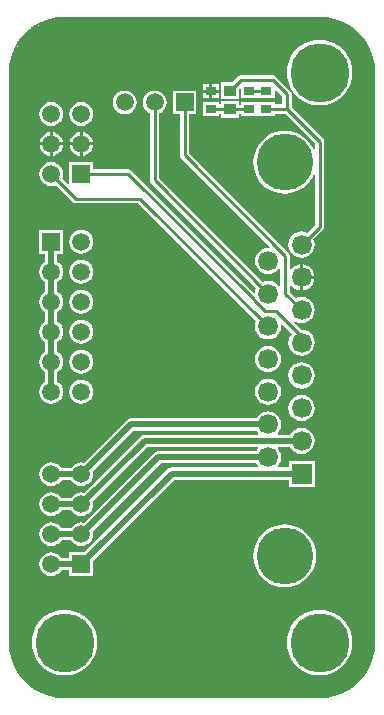
<source format=gtl>
%FSDAX24Y24*%
%MOIN*%
%SFA1B1*%

%IPPOS*%
%ADD10R,0.035400X0.027600*%
%ADD11R,0.039400X0.037400*%
%ADD12C,0.010000*%
%ADD13C,0.020000*%
%ADD14R,0.066500X0.066500*%
%ADD15C,0.066500*%
%ADD16C,0.189000*%
%ADD17C,0.059100*%
%ADD18R,0.059100X0.059100*%
%ADD19R,0.059100X0.059100*%
%ADD20C,0.196900*%
%ADD22C,0.005000*%
%ADD34C,0.040000*%
%ADD35C,0.080000*%
%LNdistro_layout-1*%
%LPD*%
G54D22*
X008737Y020808D02*
X008972Y020761D01*
X009198Y020684*
X009411Y020579*
X009610Y020447*
X009789Y020289*
X009947Y020110*
X010079Y019911*
X010184Y019698*
X010261Y019472*
X010308Y019237*
X010322Y019007*
X010322Y019001*
Y-000001*
X010322Y-000007*
X010308Y-000237*
X010261Y-000472*
X010184Y-000698*
X010079Y-000911*
X009947Y-001110*
X009789Y-001289*
X009610Y-001447*
X009411Y-001579*
X009198Y-001684*
X008972Y-001761*
X008737Y-001808*
X008507Y-001822*
X008501Y-001822*
X-000001*
X-000007Y-001822*
X-000237Y-001808*
X-000472Y-001761*
X-000698Y-001684*
X-000911Y-001579*
X-001110Y-001447*
X-001289Y-001289*
X-001447Y-001110*
X-001579Y-000911*
X-001684Y-000698*
X-001761Y-000472*
X-001808Y-000237*
X-001822Y-000007*
X-001822Y-000001*
Y019001*
X-001822Y019007*
X-001808Y019237*
X-001761Y019472*
X-001684Y019698*
X-001579Y019911*
X-001447Y020110*
X-001289Y020289*
X-001110Y020447*
X-000911Y020579*
X-000698Y020684*
X-000472Y020761*
X-000237Y020808*
X-000007Y020822*
X-000001Y020822*
X008501*
X008507Y020822*
X008737Y020808*
G54D12*
X008731Y020758D02*
X008959Y020713D01*
X009179Y020638*
X009386Y020535*
X009580Y020407*
X009753Y020253*
X009907Y020080*
X010035Y019886*
X010138Y019679*
X010213Y019459*
X010258Y019231*
X010272Y019009*
X010272Y019005*
Y-000005*
X010272Y-000009*
X010258Y-000231*
X010213Y-000459*
X010138Y-000679*
X010035Y-000886*
X009907Y-001080*
X009753Y-001253*
X009580Y-001407*
X009386Y-001535*
X009179Y-001638*
X008959Y-001713*
X008731Y-001758*
X008509Y-001772*
X008505Y-001772*
X-000005*
X-000009Y-001772*
X-000231Y-001758*
X-000459Y-001713*
X-000679Y-001638*
X-000886Y-001535*
X-001080Y-001407*
X-001253Y-001253*
X-001407Y-001080*
X-001535Y-000886*
X-001638Y-000679*
X-001713Y-000459*
X-001758Y-000231*
X-001772Y-000009*
X-001772Y-000005*
Y019005*
X-001772Y019009*
X-001758Y019231*
X-001713Y019459*
X-001638Y019679*
X-001535Y019886*
X-001407Y020080*
X-001253Y020253*
X-001080Y020407*
X-000886Y020535*
X-000679Y020638*
X-000459Y020713*
X-000231Y020758*
X-000009Y020772*
X-000005Y020772*
X008505*
X008509Y020772*
X008731Y020758*
G54D13*
X008718Y020659D02*
X008933Y020616D01*
X009140Y020546*
X009336Y020449*
X009519Y020327*
X009683Y020183*
X009827Y020019*
X009949Y019836*
X010046Y019640*
X010116Y019433*
X010159Y019218*
X010172Y019013*
X010172Y019012*
Y-000012*
X010172Y-000013*
X010159Y-000218*
X010116Y-000433*
X010046Y-000640*
X009949Y-000836*
X009827Y-001019*
X009683Y-001183*
X009519Y-001327*
X009336Y-001449*
X009140Y-001546*
X008933Y-001616*
X008718Y-001659*
X008513Y-001672*
X008512Y-001672*
X-000012*
X-000013Y-001672*
X-000218Y-001659*
X-000433Y-001616*
X-000640Y-001546*
X-000836Y-001449*
X-001019Y-001327*
X-001183Y-001183*
X-001327Y-001019*
X-001449Y-000836*
X-001546Y-000640*
X-001616Y-000433*
X-001659Y-000218*
X-001672Y-000013*
X-001672Y-000012*
Y019012*
X-001672Y019013*
X-001659Y019218*
X-001616Y019433*
X-001546Y019640*
X-001449Y019836*
X-001327Y020019*
X-001183Y020183*
X-001019Y020327*
X-000836Y020449*
X-000640Y020546*
X-000433Y020616*
X-000218Y020659*
X-000013Y020672*
X-000012Y020672*
X008512*
X008513Y020672*
X008718Y020659*
G54D34*
X008692Y020460D02*
X008881Y020422D01*
X009063Y020360*
X009236Y020275*
X009397Y020168*
X009541Y020041*
X009668Y019897*
X009775Y019736*
X009860Y019563*
X009922Y019381*
X009960Y019192*
X009971Y019020*
X009972Y019025*
Y-000025*
X009971Y-000020*
X009960Y-000192*
X009922Y-000381*
X009860Y-000563*
X009775Y-000736*
X009668Y-000897*
X009541Y-001041*
X009397Y-001168*
X009236Y-001275*
X009063Y-001360*
X008881Y-001422*
X008692Y-001460*
X008520Y-001471*
X008525Y-001472*
X-000025*
X-000020Y-001471*
X-000192Y-001460*
X-000381Y-001422*
X-000563Y-001360*
X-000736Y-001275*
X-000897Y-001168*
X-001041Y-001041*
X-001168Y-000897*
X-001275Y-000736*
X-001360Y-000563*
X-001422Y-000381*
X-001460Y-000192*
X-001471Y-000020*
X-001472Y-000025*
Y019025*
X-001471Y019020*
X-001460Y019192*
X-001422Y019381*
X-001360Y019563*
X-001275Y019736*
X-001168Y019897*
X-001041Y020041*
X-000897Y020168*
X-000736Y020275*
X-000563Y020360*
X-000381Y020422*
X-000192Y020460*
X-000020Y020471*
X-000025Y020472*
X008525*
X008520Y020471*
X008692Y020460*
G54D35*
X008640Y020062D02*
X008778Y020035D01*
X008909Y019990*
X009036Y019928*
X009152Y019850*
X009257Y019757*
X009350Y019652*
X009428Y019536*
X009490Y019409*
X009535Y019278*
X009562Y019140*
X009827Y015011*
X009572Y013139*
Y005860*
X009827Y003988*
X009562Y-000140*
X009535Y-000278*
X009490Y-000409*
X009428Y-000536*
X009350Y-000652*
X009257Y-000757*
X009152Y-000850*
X009036Y-000928*
X008909Y-000990*
X008778Y-001035*
X008640Y-001062*
X004511Y-001327*
X002639Y-001072*
X005860*
X003988Y-001327*
X-000140Y-001062*
X-000278Y-001035*
X-000409Y-000990*
X-000536Y-000928*
X-000652Y-000850*
X-000757Y-000757*
X-000850Y-000652*
X-000928Y-000536*
X-000990Y-000409*
X-001035Y-000278*
X-001062Y-000140*
X-001327Y003988*
X-001072Y005860*
Y013139*
X-001327Y015011*
X-001062Y019140*
X-001035Y019278*
X-000990Y019409*
X-000928Y019536*
X-000850Y019652*
X-000757Y019757*
X-000652Y019850*
X-000536Y019928*
X-000409Y019990*
X-000278Y020035*
X-000140Y020062*
X003988Y020327*
X005860Y020072*
X002639*
X004511Y020327*
X008640Y020062*
X-000930Y-000510D02*
Y019480D01*
X-000130Y-000910D02*
Y019880D01*
X000670Y-000910D02*
Y020080D01*
X001470Y-001110D02*
Y020080D01*
X002270Y-001110D02*
Y020080D01*
X003070Y-001110D02*
Y020080D01*
X003870Y-001310D02*
Y020330D01*
X004670Y-001110D02*
Y020330D01*
X005470Y-001110D02*
Y020080D01*
X006270Y-001110D02*
Y020080D01*
X007070Y-001110D02*
Y020080D01*
X007870Y-000910D02*
Y020080D01*
X008670Y-000910D02*
Y019880D01*
X009470Y-000310D02*
Y019280D01*
%LNdistro_layout-2*%
%LPC*%
G36*
X000559Y010758D02*
X000456Y010745D01*
X000360Y010705*
X000277Y010642*
X000214Y010559*
X000174Y010463*
X000160Y010360*
X000174Y010257*
X000214Y010160*
X000277Y010078*
X000360Y010014*
X000456Y009975*
X000559Y009961*
X000662Y009975*
X000758Y010014*
X000841Y010078*
X000904Y010160*
X000944Y010257*
X000958Y010360*
X000944Y010463*
X000904Y010559*
X000841Y010642*
X000758Y010705*
X000662Y010745*
X000559Y010758*
G37*
G36*
Y011758D02*
X000456Y011745D01*
X000360Y011705*
X000277Y011642*
X000214Y011559*
X000174Y011463*
X000160Y011360*
X000174Y011257*
X000214Y011160*
X000277Y011078*
X000360Y011014*
X000456Y010975*
X000559Y010961*
X000662Y010975*
X000758Y011014*
X000841Y011078*
X000904Y011160*
X000944Y011257*
X000958Y011360*
X000944Y011463*
X000904Y011559*
X000841Y011642*
X000758Y011705*
X000662Y011745*
X000559Y011758*
G37*
G36*
Y009758D02*
X000456Y009745D01*
X000360Y009705*
X000277Y009642*
X000214Y009559*
X000174Y009463*
X000160Y009360*
X000174Y009257*
X000214Y009160*
X000277Y009078*
X000360Y009014*
X000456Y008975*
X000559Y008961*
X000662Y008975*
X000758Y009014*
X000841Y009078*
X000904Y009160*
X000944Y009257*
X000958Y009360*
X000944Y009463*
X000904Y009559*
X000841Y009642*
X000758Y009705*
X000662Y009745*
X000559Y009758*
G37*
G36*
X006781Y009886D02*
X006668Y009872D01*
X006563Y009828*
X006473Y009759*
X006403Y009668*
X006360Y009563*
X006345Y009450*
X006360Y009337*
X006403Y009232*
X006473Y009141*
X006563Y009072*
X006668Y009028*
X006781Y009014*
X006894Y009028*
X006999Y009072*
X007090Y009141*
X007159Y009232*
X007203Y009337*
X007218Y009450*
X007203Y009563*
X007159Y009668*
X007090Y009759*
X006999Y009828*
X006894Y009872*
X006781Y009886*
G37*
G36*
X000559Y012758D02*
X000456Y012745D01*
X000360Y012705*
X000277Y012642*
X000214Y012559*
X000174Y012463*
X000160Y012360*
X000174Y012257*
X000214Y012160*
X000277Y012078*
X000360Y012014*
X000456Y011975*
X000559Y011961*
X000662Y011975*
X000758Y012014*
X000841Y012078*
X000904Y012160*
X000944Y012257*
X000958Y012360*
X000944Y012463*
X000904Y012559*
X000841Y012642*
X000758Y012705*
X000662Y012745*
X000559Y012758*
G37*
G36*
X007949Y012606D02*
Y012226D01*
X008329*
X008321Y012289*
X008277Y012395*
X008208Y012485*
X008117Y012554*
X008012Y012598*
X007949Y012606*
G37*
G36*
X003000Y018402D02*
X002897Y018388D01*
X002801Y018348*
X002718Y018285*
X002655Y018202*
X002615Y018106*
X002601Y018003*
X002615Y017900*
X002655Y017804*
X002718Y017721*
X002801Y017658*
X002847Y017638*
Y015412*
X002859Y015354*
X002892Y015304*
X006387Y011809*
X006360Y011744*
X006352Y011685*
X006299Y011667*
X002238Y015728*
X002189Y015761*
X002130Y015773*
X000954*
Y016015*
X000164*
Y015297*
X000117Y015278*
X-000075Y015470*
X-000056Y015517*
X-000042Y015620*
X-000056Y015723*
X-000096Y015819*
X-000159Y015902*
X-000242Y015965*
X-000338Y016005*
X-000441Y016018*
X-000544Y016005*
X-000640Y015965*
X-000723Y015902*
X-000786Y015819*
X-000826Y015723*
X-000840Y015620*
X-000826Y015517*
X-000786Y015420*
X-000723Y015338*
X-000640Y015275*
X-000544Y015235*
X-000441Y015221*
X-000338Y015235*
X-000291Y015254*
X000271Y014692*
X000320Y014659*
X000379Y014647*
X002458*
X006387Y010719*
X006360Y010654*
X006345Y010541*
X006360Y010428*
X006403Y010322*
X006473Y010232*
X006563Y010163*
X006668Y010119*
X006781Y010104*
X006894Y010119*
X006999Y010163*
X007090Y010232*
X007159Y010322*
X007203Y010428*
X007218Y010541*
X007209Y010604*
X007257Y010627*
X007586Y010298*
X007521Y010213*
X007478Y010108*
X007463Y009995*
X007478Y009882*
X007521Y009777*
X007591Y009687*
X007681Y009617*
X007786Y009574*
X007899Y009559*
X008012Y009574*
X008117Y009617*
X008208Y009687*
X008277Y009777*
X008321Y009882*
X008336Y009995*
X008321Y010108*
X008277Y010213*
X008208Y010304*
X008117Y010373*
X008012Y010417*
X007899Y010432*
X007886Y010430*
X007640Y010676*
X007673Y010714*
X007681Y010708*
X007786Y010664*
X007899Y010649*
X008012Y010664*
X008117Y010708*
X008208Y010777*
X008277Y010868*
X008321Y010973*
X008336Y011086*
X008321Y011199*
X008277Y011304*
X008208Y011394*
X008117Y011464*
X008012Y011507*
X007899Y011522*
X007786Y011507*
X007721Y011480*
X007503Y011698*
Y011900*
X007553Y011917*
X007591Y011868*
X007681Y011798*
X007786Y011755*
X007849Y011747*
Y012176*
Y012606*
X007786Y012598*
X007681Y012554*
X007591Y012485*
X007553Y012436*
X007503Y012453*
Y012900*
X007491Y012959*
X007458Y013008*
X004153Y016313*
Y017608*
X004395*
Y018398*
X003605*
Y017608*
X003847*
Y016250*
X003859Y016191*
X003892Y016142*
X006835Y013199*
X006813Y013154*
X006781Y013158*
X006668Y013143*
X006563Y013100*
X006473Y013030*
X006403Y012940*
X006360Y012835*
X006345Y012722*
X006360Y012609*
X006403Y012503*
X006473Y012413*
X006563Y012344*
X006668Y012300*
X006781Y012285*
X006894Y012300*
X006999Y012344*
X007090Y012413*
X007147Y012488*
X007197Y012471*
Y011882*
X007147Y011865*
X007090Y011940*
X006999Y012009*
X006894Y012053*
X006781Y012068*
X006668Y012053*
X006603Y012026*
X003153Y015476*
Y017638*
X003199Y017658*
X003282Y017721*
X003345Y017804*
X003385Y017900*
X003399Y018003*
X003385Y018106*
X003345Y018202*
X003282Y018285*
X003199Y018348*
X003103Y018388*
X003000Y018402*
G37*
G36*
X008329Y012126D02*
X007949D01*
Y011747*
X008012Y011755*
X008117Y011798*
X008208Y011868*
X008277Y011958*
X008321Y012063*
X008329Y012126*
G37*
G36*
X007899Y009341D02*
X007786Y009326D01*
X007681Y009283*
X007591Y009213*
X007521Y009123*
X007478Y009018*
X007463Y008905*
X007478Y008792*
X007521Y008687*
X007591Y008596*
X007681Y008527*
X007786Y008483*
X007899Y008468*
X008012Y008483*
X008117Y008527*
X008208Y008596*
X008277Y008687*
X008321Y008792*
X008336Y008905*
X008321Y009018*
X008277Y009123*
X008208Y009213*
X008117Y009283*
X008012Y009326*
X007899Y009341*
G37*
G36*
X007340Y003939D02*
X007176Y003926D01*
X007016Y003888*
X006864Y003825*
X006724Y003739*
X006599Y003632*
X006492Y003507*
X006406Y003367*
X006343Y003215*
X006305Y003055*
X006292Y002891*
X006305Y002727*
X006343Y002567*
X006406Y002415*
X006492Y002275*
X006599Y002150*
X006724Y002043*
X006864Y001957*
X007016Y001894*
X007176Y001856*
X007340Y001843*
X007504Y001856*
X007664Y001894*
X007816Y001957*
X007956Y002043*
X008081Y002150*
X008188Y002275*
X008274Y002415*
X008337Y002567*
X008375Y002727*
X008388Y002891*
X008375Y003055*
X008337Y003215*
X008274Y003367*
X008188Y003507*
X008081Y003632*
X007956Y003739*
X007816Y003825*
X007664Y003888*
X007504Y003926*
X007340Y003939*
G37*
G36*
X006781Y007705D02*
X006668Y007690D01*
X006563Y007647*
X006473Y007577*
X006403Y007487*
X006397Y007473*
X002211*
X002133Y007457*
X002067Y007413*
X000656Y006002*
X000559Y006015*
X000456Y006002*
X000360Y005962*
X000277Y005899*
X000217Y005821*
X-000099*
X-000159Y005899*
X-000242Y005962*
X-000338Y006002*
X-000441Y006015*
X-000544Y006002*
X-000640Y005962*
X-000723Y005899*
X-000786Y005816*
X-000826Y005720*
X-000840Y005617*
X-000826Y005513*
X-000786Y005417*
X-000723Y005335*
X-000640Y005271*
X-000544Y005232*
X-000441Y005218*
X-000338Y005232*
X-000242Y005271*
X-000159Y005335*
X-000099Y005413*
X000217*
X000277Y005335*
X000360Y005271*
X000456Y005232*
X000559Y005218*
X000662Y005232*
X000758Y005271*
X000841Y005335*
X000904Y005417*
X000944Y005513*
X000958Y005617*
X000945Y005714*
X002296Y007065*
X006397*
X006403Y007051*
X006459Y006978*
X006437Y006928*
X002666*
X002588Y006912*
X002522Y006868*
X000656Y005002*
X000559Y005015*
X000456Y005002*
X000360Y004962*
X000277Y004899*
X000217Y004821*
X-000099*
X-000159Y004899*
X-000242Y004962*
X-000338Y005002*
X-000441Y005015*
X-000544Y005002*
X-000640Y004962*
X-000723Y004899*
X-000786Y004816*
X-000826Y004720*
X-000840Y004617*
X-000826Y004513*
X-000786Y004417*
X-000723Y004335*
X-000640Y004271*
X-000544Y004232*
X-000441Y004218*
X-000338Y004232*
X-000242Y004271*
X-000159Y004335*
X-000099Y004413*
X000217*
X000277Y004335*
X000360Y004271*
X000456Y004232*
X000559Y004218*
X000662Y004232*
X000758Y004271*
X000841Y004335*
X000904Y004417*
X000944Y004513*
X000958Y004617*
X000945Y004714*
X002750Y006520*
X006437*
X006459Y006470*
X006403Y006397*
X006397Y006382*
X003121*
X003043Y006367*
X002977Y006323*
X000656Y004002*
X000559Y004015*
X000456Y004002*
X000360Y003962*
X000277Y003899*
X000217Y003821*
X-000099*
X-000159Y003899*
X-000242Y003962*
X-000338Y004002*
X-000441Y004015*
X-000544Y004002*
X-000640Y003962*
X-000723Y003899*
X-000786Y003816*
X-000826Y003720*
X-000840Y003617*
X-000826Y003513*
X-000786Y003417*
X-000723Y003335*
X-000640Y003271*
X-000544Y003232*
X-000441Y003218*
X-000338Y003232*
X-000242Y003271*
X-000159Y003335*
X-000099Y003413*
X000217*
X000277Y003335*
X000360Y003271*
X000456Y003232*
X000559Y003218*
X000662Y003232*
X000758Y003271*
X000841Y003335*
X000904Y003417*
X000944Y003513*
X000958Y003617*
X000945Y003714*
X003205Y005974*
X006397*
X006403Y005960*
X006459Y005887*
X006437Y005837*
X003575*
X003497Y005821*
X003431Y005777*
X000666Y003012*
X000164*
Y002821*
X-000099*
X-000159Y002899*
X-000242Y002962*
X-000338Y003002*
X-000441Y003015*
X-000544Y003002*
X-000640Y002962*
X-000723Y002899*
X-000786Y002816*
X-000826Y002720*
X-000840Y002617*
X-000826Y002513*
X-000786Y002417*
X-000723Y002335*
X-000640Y002271*
X-000544Y002232*
X-000441Y002218*
X-000338Y002232*
X-000242Y002271*
X-000159Y002335*
X-000099Y002413*
X000164*
Y002221*
X000954*
Y002724*
X003660Y005429*
X007467*
Y005200*
X008332*
Y006066*
X007467*
Y005837*
X007125*
X007103Y005887*
X007159Y005960*
X007203Y006065*
X007218Y006178*
X007203Y006291*
X007159Y006397*
X007103Y006470*
X007125Y006520*
X007515*
X007521Y006505*
X007591Y006415*
X007681Y006346*
X007786Y006302*
X007899Y006287*
X008012Y006302*
X008117Y006346*
X008208Y006415*
X008277Y006505*
X008321Y006611*
X008336Y006724*
X008321Y006837*
X008277Y006942*
X008208Y007032*
X008117Y007102*
X008012Y007145*
X007899Y007160*
X007786Y007145*
X007681Y007102*
X007591Y007032*
X007521Y006942*
X007515Y006928*
X007125*
X007103Y006978*
X007159Y007051*
X007203Y007156*
X007218Y007269*
X007203Y007382*
X007159Y007487*
X007090Y007577*
X006999Y007647*
X006894Y007690*
X006781Y007705*
G37*
G36*
X000000Y001088D02*
X-000170Y001074D01*
X-000336Y001034*
X-000494Y000969*
X-000639Y000880*
X-000769Y000769*
X-000880Y000639*
X-000969Y000494*
X-001034Y000336*
X-001074Y000170*
X-001088Y000000*
X-001074Y-000170*
X-001034Y-000336*
X-000969Y-000494*
X-000880Y-000639*
X-000769Y-000769*
X-000639Y-000880*
X-000494Y-000969*
X-000336Y-001034*
X-000170Y-001074*
X000000Y-001088*
X000170Y-001074*
X000336Y-001034*
X000494Y-000969*
X000639Y-000880*
X000769Y-000769*
X000880Y-000639*
X000969Y-000494*
X001034Y-000336*
X001074Y-000170*
X001088Y000000*
X001074Y000170*
X001034Y000336*
X000969Y000494*
X000880Y000639*
X000769Y000769*
X000639Y000880*
X000494Y000969*
X000336Y001034*
X000170Y001074*
X000000Y001088*
G37*
G36*
X008500D02*
X008330Y001074D01*
X008164Y001034*
X008006Y000969*
X007861Y000880*
X007731Y000769*
X007620Y000639*
X007531Y000494*
X007466Y000336*
X007426Y000170*
X007412Y000000*
X007426Y-000170*
X007466Y-000336*
X007531Y-000494*
X007620Y-000639*
X007731Y-000769*
X007861Y-000880*
X008006Y-000969*
X008164Y-001034*
X008330Y-001074*
X008500Y-001088*
X008670Y-001074*
X008836Y-001034*
X008994Y-000969*
X009139Y-000880*
X009269Y-000769*
X009380Y-000639*
X009469Y-000494*
X009534Y-000336*
X009574Y-000170*
X009588Y000000*
X009574Y000170*
X009534Y000336*
X009469Y000494*
X009380Y000639*
X009269Y000769*
X009139Y000880*
X008994Y000969*
X008836Y001034*
X008670Y001074*
X008500Y001088*
G37*
G36*
X-000046Y013755D02*
X-000836D01*
Y012964*
X-000645*
Y012701*
X-000723Y012642*
X-000786Y012559*
X-000826Y012463*
X-000840Y012360*
X-000826Y012257*
X-000786Y012160*
X-000723Y012078*
X-000645Y012018*
Y011701*
X-000723Y011642*
X-000786Y011559*
X-000826Y011463*
X-000840Y011360*
X-000826Y011257*
X-000786Y011160*
X-000723Y011078*
X-000645Y011018*
Y010701*
X-000723Y010642*
X-000786Y010559*
X-000826Y010463*
X-000840Y010360*
X-000826Y010257*
X-000786Y010160*
X-000723Y010078*
X-000645Y010018*
Y009701*
X-000723Y009642*
X-000786Y009559*
X-000826Y009463*
X-000840Y009360*
X-000826Y009257*
X-000786Y009160*
X-000723Y009078*
X-000645Y009018*
Y008701*
X-000723Y008642*
X-000786Y008559*
X-000826Y008463*
X-000840Y008360*
X-000826Y008257*
X-000786Y008160*
X-000723Y008078*
X-000640Y008014*
X-000544Y007975*
X-000441Y007961*
X-000338Y007975*
X-000242Y008014*
X-000159Y008078*
X-000096Y008160*
X-000056Y008257*
X-000042Y008360*
X-000056Y008463*
X-000096Y008559*
X-000159Y008642*
X-000237Y008701*
Y009018*
X-000159Y009078*
X-000096Y009160*
X-000056Y009257*
X-000042Y009360*
X-000056Y009463*
X-000096Y009559*
X-000159Y009642*
X-000237Y009701*
Y010018*
X-000159Y010078*
X-000096Y010160*
X-000056Y010257*
X-000042Y010360*
X-000056Y010463*
X-000096Y010559*
X-000159Y010642*
X-000237Y010701*
Y011018*
X-000159Y011078*
X-000096Y011160*
X-000056Y011257*
X-000042Y011360*
X-000056Y011463*
X-000096Y011559*
X-000159Y011642*
X-000237Y011701*
Y012018*
X-000159Y012078*
X-000096Y012160*
X-000056Y012257*
X-000042Y012360*
X-000056Y012463*
X-000096Y012559*
X-000159Y012642*
X-000237Y012701*
Y012964*
X-000046*
Y013755*
G37*
G36*
X000559Y008758D02*
X000456Y008745D01*
X000360Y008705*
X000277Y008642*
X000214Y008559*
X000174Y008463*
X000160Y008360*
X000174Y008257*
X000214Y008160*
X000277Y008078*
X000360Y008014*
X000456Y007975*
X000559Y007961*
X000662Y007975*
X000758Y008014*
X000841Y008078*
X000904Y008160*
X000944Y008257*
X000958Y008360*
X000944Y008463*
X000904Y008559*
X000841Y008642*
X000758Y008705*
X000662Y008745*
X000559Y008758*
G37*
G36*
X007899Y008251D02*
X007786Y008236D01*
X007681Y008192*
X007591Y008123*
X007521Y008032*
X007478Y007927*
X007463Y007814*
X007478Y007701*
X007521Y007596*
X007591Y007506*
X007681Y007436*
X007786Y007393*
X007899Y007378*
X008012Y007393*
X008117Y007436*
X008208Y007506*
X008277Y007596*
X008321Y007701*
X008336Y007814*
X008321Y007927*
X008277Y008032*
X008208Y008123*
X008117Y008192*
X008012Y008236*
X007899Y008251*
G37*
G36*
X006781Y008796D02*
X006668Y008781D01*
X006563Y008737*
X006473Y008668*
X006403Y008578*
X006360Y008472*
X006345Y008359*
X006360Y008246*
X006403Y008141*
X006473Y008051*
X006563Y007982*
X006668Y007938*
X006781Y007923*
X006894Y007938*
X006999Y007982*
X007090Y008051*
X007159Y008141*
X007203Y008246*
X007218Y008359*
X007203Y008472*
X007159Y008578*
X007090Y008668*
X006999Y008737*
X006894Y008781*
X006781Y008796*
G37*
G36*
X000559Y013758D02*
X000456Y013745D01*
X000360Y013705*
X000277Y013642*
X000214Y013559*
X000174Y013463*
X000160Y013360*
X000174Y013257*
X000214Y013160*
X000277Y013078*
X000360Y013014*
X000456Y012975*
X000559Y012961*
X000662Y012975*
X000758Y013014*
X000841Y013078*
X000904Y013160*
X000944Y013257*
X000958Y013360*
X000944Y013463*
X000904Y013559*
X000841Y013642*
X000758Y013705*
X000662Y013745*
X000559Y013758*
G37*
G36*
X008500Y020088D02*
X008330Y020074D01*
X008164Y020034*
X008006Y019969*
X007861Y019880*
X007731Y019769*
X007620Y019639*
X007531Y019494*
X007466Y019336*
X007426Y019170*
X007412Y019000*
X007426Y018830*
X007466Y018664*
X007531Y018506*
X007620Y018361*
X007731Y018231*
X007861Y018120*
X008006Y018031*
X008164Y017966*
X008330Y017926*
X008500Y017912*
X008670Y017926*
X008836Y017966*
X008994Y018031*
X009139Y018120*
X009269Y018231*
X009380Y018361*
X009469Y018506*
X009534Y018664*
X009574Y018830*
X009588Y019000*
X009574Y019170*
X009534Y019336*
X009469Y019494*
X009380Y019639*
X009269Y019769*
X009139Y019880*
X008994Y019969*
X008836Y020034*
X008670Y020074*
X008500Y020088*
G37*
G36*
X006950Y018903D02*
X005869D01*
X005810Y018891*
X005760Y018858*
X005588Y018686*
X005220*
Y018112*
X005814*
Y018456*
X005831Y018469*
X005881Y018444*
Y018141*
X006436*
X006454*
X007008*
Y018410*
X007054Y018429*
X007259Y018225*
Y017941*
X007008*
Y018026*
X006486*
X006454*
X006404*
X005881*
Y017922*
X005814*
Y018056*
X005220*
Y017941*
X005153*
Y018026*
X004599*
Y017550*
X005153*
Y017635*
X005220*
Y017482*
X005814*
Y017616*
X005881*
Y017550*
X006404*
X006436*
X006486*
X007008*
Y017635*
X007348*
X008347Y016637*
Y016439*
X008297Y016429*
X008274Y016485*
X008188Y016625*
X008081Y016750*
X007956Y016857*
X007816Y016943*
X007664Y017006*
X007504Y017044*
X007340Y017057*
X007176Y017044*
X007016Y017006*
X006864Y016943*
X006724Y016857*
X006599Y016750*
X006492Y016625*
X006406Y016485*
X006343Y016333*
X006305Y016173*
X006292Y016009*
X006305Y015845*
X006343Y015685*
X006406Y015533*
X006492Y015393*
X006599Y015268*
X006724Y015161*
X006864Y015075*
X007016Y015012*
X007176Y014974*
X007340Y014961*
X007504Y014974*
X007664Y015012*
X007816Y015075*
X007956Y015161*
X008081Y015268*
X008188Y015393*
X008274Y015533*
X008297Y015589*
X008347Y015579*
Y013931*
X008077Y013661*
X008012Y013688*
X007899Y013703*
X007786Y013688*
X007681Y013645*
X007591Y013576*
X007521Y013485*
X007478Y013380*
X007463Y013267*
X007478Y013154*
X007521Y013049*
X007591Y012958*
X007681Y012889*
X007786Y012845*
X007899Y012831*
X008012Y012845*
X008117Y012889*
X008208Y012958*
X008277Y013049*
X008321Y013154*
X008336Y013267*
X008321Y013380*
X008294Y013445*
X008608Y013760*
X008641Y013809*
X008653Y013868*
Y016700*
X008641Y016759*
X008608Y016808*
X007565Y017852*
Y018288*
X007553Y018347*
X007520Y018396*
X007058Y018858*
X007009Y018891*
X006950Y018903*
G37*
G36*
X000559Y018018D02*
X000456Y018005D01*
X000360Y017965*
X000277Y017902*
X000214Y017819*
X000174Y017723*
X000160Y017620*
X000174Y017517*
X000214Y017420*
X000277Y017338*
X000360Y017275*
X000456Y017235*
X000559Y017221*
X000662Y017235*
X000758Y017275*
X000841Y017338*
X000904Y017420*
X000944Y017517*
X000958Y017620*
X000944Y017723*
X000904Y017819*
X000841Y017902*
X000758Y017965*
X000662Y018005*
X000559Y018018*
G37*
G36*
X002000Y018402D02*
X001897Y018388D01*
X001801Y018348*
X001718Y018285*
X001655Y018202*
X001615Y018106*
X001601Y018003*
X001615Y017900*
X001655Y017804*
X001718Y017721*
X001801Y017658*
X001897Y017618*
X002000Y017604*
X002103Y017618*
X002199Y017658*
X002282Y017721*
X002345Y017804*
X002385Y017900*
X002399Y018003*
X002385Y018106*
X002345Y018202*
X002282Y018285*
X002199Y018348*
X002103Y018388*
X002000Y018402*
G37*
G36*
X004826Y018617D02*
X004599D01*
Y018429*
X004826*
Y018617*
G37*
G36*
X005153D02*
X004926D01*
Y018429*
X005153*
Y018617*
G37*
G36*
X004826Y018329D02*
X004599D01*
Y018141*
X004826*
Y018329*
G37*
G36*
X005153D02*
X004926D01*
Y018141*
X005153*
Y018329*
G37*
G36*
X-000441Y018018D02*
X-000544Y018005D01*
X-000640Y017965*
X-000723Y017902*
X-000786Y017819*
X-000826Y017723*
X-000840Y017620*
X-000826Y017517*
X-000786Y017420*
X-000723Y017338*
X-000640Y017275*
X-000544Y017235*
X-000441Y017221*
X-000338Y017235*
X-000242Y017275*
X-000159Y017338*
X-000096Y017420*
X-000056Y017517*
X-000042Y017620*
X-000056Y017723*
X-000096Y017819*
X-000159Y017902*
X-000242Y017965*
X-000338Y018005*
X-000441Y018018*
G37*
G36*
X-000049Y016570D02*
X-000391D01*
Y016228*
X-000338Y016235*
X-000242Y016275*
X-000159Y016338*
X-000096Y016420*
X-000056Y016517*
X-000049Y016570*
G37*
G36*
X000951D02*
X000609D01*
Y016228*
X000662Y016235*
X000758Y016275*
X000841Y016338*
X000904Y016420*
X000944Y016517*
X000951Y016570*
G37*
G36*
X-000491D02*
X-000833D01*
X-000826Y016517*
X-000786Y016420*
X-000723Y016338*
X-000640Y016275*
X-000544Y016235*
X-000491Y016228*
Y016570*
G37*
G36*
X000509D02*
X000167D01*
X000174Y016517*
X000214Y016420*
X000277Y016338*
X000360Y016275*
X000456Y016235*
X000509Y016228*
Y016570*
G37*
G36*
X-000391Y017012D02*
Y016670D01*
X-000049*
X-000056Y016723*
X-000096Y016819*
X-000159Y016902*
X-000242Y016965*
X-000338Y017005*
X-000391Y017012*
G37*
G36*
X000609D02*
Y016670D01*
X000951*
X000944Y016723*
X000904Y016819*
X000841Y016902*
X000758Y016965*
X000662Y017005*
X000609Y017012*
G37*
G36*
X-000491D02*
X-000544Y017005D01*
X-000640Y016965*
X-000723Y016902*
X-000786Y016819*
X-000826Y016723*
X-000833Y016670*
X-000491*
Y017012*
G37*
G36*
X000509D02*
X000456Y017005D01*
X000360Y016965*
X000277Y016902*
X000214Y016819*
X000174Y016723*
X000167Y016670*
X000509*
Y017012*
G37*
%LNdistro_layout-3*%
%LPD*%
G54D10*
X004876Y018379D03*
Y017788D03*
X006159D03*
Y018379D03*
X006731D03*
Y017788D03*
G54D11*
X005517Y017769D03*
Y018399D03*
G54D12*
X007412Y017788D02*
Y018288D01*
X006950Y018750D02*
X007412Y018288D01*
X005869Y018750D02*
X006950D01*
X005517Y018399D02*
X005869Y018750D01*
X007050Y011050D02*
X007899Y010201D01*
X006680Y011050D02*
X007050D01*
X006298Y011431D02*
X006680Y011050D01*
X000379Y014800D02*
X002522D01*
X006298Y011431D02*
Y011452D01*
X002130Y015620D02*
X006298Y011452D01*
X000559Y015620D02*
X002130D01*
X002522Y014800D02*
X006781Y010541D01*
X-000441Y015620D02*
X000379Y014800D01*
X007899Y009995D02*
Y010201D01*
X003000Y015412D02*
X006781Y011631D01*
X003000Y015412D02*
Y018003D01*
X004000Y016250D02*
X007350Y012900D01*
Y011635D02*
Y012900D01*
Y011635D02*
X007899Y011086D01*
X004000Y016250D02*
Y018003D01*
X007899Y013267D02*
X008500Y013868D01*
Y016700*
X007412Y017788D02*
X008500Y016700D01*
X006731Y017788D02*
X007412D01*
X006731Y018379D02*
D01*
X006159D02*
X006731D01*
X006139Y017769D02*
X006159Y017788D01*
X005517Y017769D02*
X006139D01*
X005497Y017788D02*
X005517Y017769D01*
X004876Y017788D02*
X005497D01*
G54D13*
X-000441Y012360D02*
Y013360D01*
Y011360D02*
Y012360D01*
Y010360D02*
Y011360D01*
Y009360D02*
Y010360D01*
Y008360D02*
Y009360D01*
Y005617D02*
X000559D01*
X-000441Y004617D02*
X000559D01*
X-000441Y003617D02*
X000559D01*
X-000441Y002617D02*
X000559D01*
X003575Y005633*
X007899*
X000559Y003617D02*
X003121Y006178D01*
X006781*
X000559Y004617D02*
X002666Y006724D01*
X007899*
X000559Y005617D02*
X002211Y007269D01*
X006781*
G54D14*
X007899Y005633D03*
G54D15*
X006781Y006178D03*
X007899Y006724D03*
X006781Y007269D03*
X007899Y007814D03*
X006781Y008359D03*
X007899Y008905D03*
X006781Y009450D03*
X007899Y009995D03*
X006781Y010541D03*
X007899Y011086D03*
X006781Y011631D03*
X007899Y012176D03*
X006781Y012722D03*
X007899Y013267D03*
G54D16*
X007340Y002891D03*
Y016009D03*
G54D17*
X-000441Y005617D03*
X000559D03*
X-000441Y004617D03*
X000559D03*
X-000441Y003617D03*
X000559D03*
X-000441Y002617D03*
Y015620D03*
X000559Y016620D03*
X-000441D03*
X000559Y017620D03*
X-000441D03*
X003000Y018003D03*
X002000D03*
X000559Y008360D03*
X-000441D03*
X000559Y009360D03*
X-000441D03*
X000559Y010360D03*
X-000441D03*
X000559Y011360D03*
X-000441D03*
X000559Y012360D03*
X-000441D03*
X000559Y013360D03*
G54D18*
X000559Y002617D03*
Y015620D03*
X-000441Y013360D03*
G54D19*
X004000Y018003D03*
G54D20*
X000000Y000000D03*
X008500D03*
Y019000D03*
M02*
</source>
